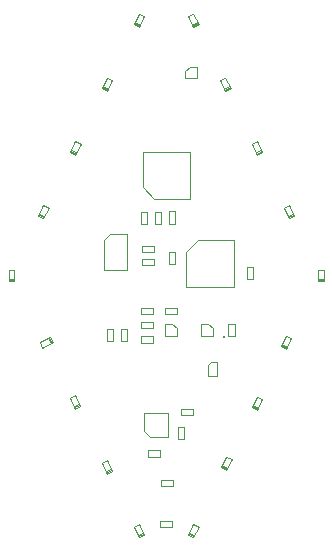
<source format=gbr>
%TF.GenerationSoftware,KiCad,Pcbnew,8.0.3*%
%TF.CreationDate,2024-06-16T19:36:31+02:00*%
%TF.ProjectId,jewelled_lc1,6a657765-6c6c-4656-945f-6c63312e6b69,rev?*%
%TF.SameCoordinates,Original*%
%TF.FileFunction,AssemblyDrawing,Top*%
%FSLAX45Y45*%
G04 Gerber Fmt 4.5, Leading zero omitted, Abs format (unit mm)*
G04 Created by KiCad (PCBNEW 8.0.3) date 2024-06-16 19:36:31*
%MOMM*%
%LPD*%
G01*
G04 APERTURE LIST*
%ADD10C,0.100000*%
%ADD11C,0.150001*%
G04 APERTURE END LIST*
D10*
%TO.C,D8*%
X15155258Y-8796486D02*
X15199966Y-8774098D01*
X15199966Y-8774098D02*
X15244742Y-8863514D01*
X15200034Y-8885902D02*
X15155258Y-8796486D01*
X15235787Y-8845631D02*
X15191079Y-8868019D01*
X15240264Y-8854572D02*
X15195556Y-8876960D01*
X15244742Y-8863514D02*
X15200034Y-8885902D01*
%TO.C,D19*%
X15050000Y-11300000D02*
X15050000Y-11210000D01*
X15050000Y-11210000D02*
X15080000Y-11180000D01*
X15080000Y-11180000D02*
X15130000Y-11180000D01*
X15130000Y-11180000D02*
X15130000Y-11300000D01*
X15130000Y-11300000D02*
X15050000Y-11300000D01*
%TO.C,U4*%
X14515000Y-11615000D02*
X14715000Y-11615000D01*
X14515000Y-11765000D02*
X14515000Y-11615000D01*
X14565000Y-11815000D02*
X14515000Y-11765000D01*
X14715000Y-11615000D02*
X14715000Y-11815000D01*
X14715000Y-11815000D02*
X14565000Y-11815000D01*
%TO.C,D11*%
X14155258Y-8863514D02*
X14200034Y-8774098D01*
X14199966Y-8885902D02*
X14155258Y-8863514D01*
X14200034Y-8774098D02*
X14244742Y-8796486D01*
X14204443Y-8876960D02*
X14159736Y-8854572D01*
X14208921Y-8868019D02*
X14164213Y-8845631D01*
X14244742Y-8796486D02*
X14199966Y-8885902D01*
%TO.C,D14*%
X13365000Y-10400000D02*
X13415000Y-10400000D01*
X13365000Y-10500000D02*
X13365000Y-10400000D01*
X13415000Y-10400000D02*
X13415000Y-10500000D01*
X13415000Y-10480000D02*
X13365000Y-10480000D01*
X13415000Y-10490000D02*
X13365000Y-10490000D01*
X13415000Y-10500000D02*
X13365000Y-10500000D01*
%TO.C,R4*%
X14542500Y-11928000D02*
X14647500Y-11928000D01*
X14542500Y-11982000D02*
X14542500Y-11928000D01*
X14647500Y-11928000D02*
X14647500Y-11982000D01*
X14647500Y-11982000D02*
X14542500Y-11982000D01*
%TO.C,C7*%
X14320000Y-10905000D02*
X14370000Y-10905000D01*
X14320000Y-11005000D02*
X14320000Y-10905000D01*
X14370000Y-10905000D02*
X14370000Y-11005000D01*
X14370000Y-11005000D02*
X14320000Y-11005000D01*
%TO.C,C9*%
X14200000Y-10905000D02*
X14250000Y-10905000D01*
X14200000Y-11005000D02*
X14200000Y-10905000D01*
X14250000Y-10905000D02*
X14250000Y-11005000D01*
X14250000Y-11005000D02*
X14200000Y-11005000D01*
%TO.C,D13*%
X13615258Y-9943514D02*
X13660034Y-9854098D01*
X13659966Y-9965902D02*
X13615258Y-9943514D01*
X13660034Y-9854098D02*
X13704742Y-9876486D01*
X13664443Y-9956960D02*
X13619736Y-9934572D01*
X13668921Y-9948019D02*
X13624213Y-9925631D01*
X13704742Y-9876486D02*
X13659966Y-9965902D01*
%TO.C,U2*%
X14690000Y-10860000D02*
X14752000Y-10860000D01*
X14690000Y-10960000D02*
X14690000Y-10860000D01*
X14790000Y-10898000D02*
X14752000Y-10860000D01*
X14790000Y-10898000D02*
X14790000Y-10960000D01*
X14790000Y-10960000D02*
X14690000Y-10960000D01*
%TO.C,C11*%
X14485000Y-9910000D02*
X14535000Y-9910000D01*
X14485000Y-10010000D02*
X14485000Y-9910000D01*
X14535000Y-9910000D02*
X14535000Y-10010000D01*
X14535000Y-10010000D02*
X14485000Y-10010000D01*
%TO.C,R3*%
X14487500Y-10843000D02*
X14592500Y-10843000D01*
X14487500Y-10897000D02*
X14487500Y-10843000D01*
X14592500Y-10843000D02*
X14592500Y-10897000D01*
X14592500Y-10897000D02*
X14487500Y-10897000D01*
%TO.C,D16*%
X13882008Y-11486486D02*
X13926716Y-11464098D01*
X13926716Y-11464098D02*
X13971492Y-11553514D01*
X13926784Y-11575902D02*
X13882008Y-11486486D01*
X13962537Y-11535631D02*
X13917829Y-11558019D01*
X13967014Y-11544572D02*
X13922306Y-11566960D01*
X13971492Y-11553514D02*
X13926784Y-11575902D01*
%TO.C,C5*%
X14490000Y-10725000D02*
X14590000Y-10725000D01*
X14490000Y-10775000D02*
X14490000Y-10725000D01*
X14590000Y-10725000D02*
X14590000Y-10775000D01*
X14590000Y-10775000D02*
X14490000Y-10775000D01*
%TO.C,U8*%
X14995000Y-10860000D02*
X15057000Y-10860000D01*
X14995000Y-10960000D02*
X14995000Y-10860000D01*
X15095000Y-10898000D02*
X15057000Y-10860000D01*
X15095000Y-10898000D02*
X15095000Y-10960000D01*
X15095000Y-10960000D02*
X14995000Y-10960000D01*
%TO.C,C1*%
X14645000Y-12530000D02*
X14745000Y-12530000D01*
X14645000Y-12580000D02*
X14645000Y-12530000D01*
X14745000Y-12530000D02*
X14745000Y-12580000D01*
X14745000Y-12580000D02*
X14645000Y-12580000D01*
%TO.C,R1*%
X14723000Y-9907500D02*
X14777000Y-9907500D01*
X14723000Y-10012500D02*
X14723000Y-9907500D01*
X14777000Y-9907500D02*
X14777000Y-10012500D01*
X14777000Y-10012500D02*
X14723000Y-10012500D01*
%TO.C,Q2*%
X15220000Y-10860000D02*
X15280000Y-10860000D01*
X15220000Y-10960000D02*
X15220000Y-10860000D01*
X15220000Y-10960000D02*
X15280000Y-10960000D01*
X15280000Y-10960000D02*
X15280000Y-10860000D01*
D11*
X15197500Y-10970000D02*
G75*
G02*
X15182500Y-10970000I-7500J0D01*
G01*
X15182500Y-10970000D02*
G75*
G02*
X15197500Y-10970000I7500J0D01*
G01*
D10*
%TO.C,D12*%
X13885258Y-9403514D02*
X13930034Y-9314098D01*
X13929966Y-9425902D02*
X13885258Y-9403514D01*
X13930034Y-9314098D02*
X13974742Y-9336486D01*
X13934443Y-9416960D02*
X13889736Y-9394572D01*
X13938921Y-9408019D02*
X13894213Y-9385631D01*
X13974742Y-9336486D02*
X13929966Y-9425902D01*
%TO.C,C10*%
X14605000Y-9910000D02*
X14655000Y-9910000D01*
X14605000Y-10010000D02*
X14605000Y-9910000D01*
X14655000Y-9910000D02*
X14655000Y-10010000D01*
X14655000Y-10010000D02*
X14605000Y-10010000D01*
%TO.C,D15*%
X13629098Y-11015034D02*
X13718514Y-10970258D01*
X13651486Y-11059742D02*
X13629098Y-11015034D01*
X13700631Y-10979213D02*
X13723019Y-11023921D01*
X13709572Y-10974736D02*
X13731960Y-11019444D01*
X13718514Y-10970258D02*
X13740902Y-11014966D01*
X13740902Y-11014966D02*
X13651486Y-11059742D01*
%TO.C,D7*%
X15425258Y-9336486D02*
X15469966Y-9314098D01*
X15469966Y-9314098D02*
X15514742Y-9403514D01*
X15470034Y-9425902D02*
X15425258Y-9336486D01*
X15505787Y-9385631D02*
X15461079Y-9408019D01*
X15510264Y-9394572D02*
X15465556Y-9416960D01*
X15514742Y-9403514D02*
X15470034Y-9425902D01*
%TO.C,C3*%
X14800000Y-11735000D02*
X14850000Y-11735000D01*
X14800000Y-11835000D02*
X14800000Y-11735000D01*
X14850000Y-11735000D02*
X14850000Y-11835000D01*
X14850000Y-11835000D02*
X14800000Y-11835000D01*
%TO.C,D3*%
X15425258Y-11563514D02*
X15470034Y-11474098D01*
X15469966Y-11585902D02*
X15425258Y-11563514D01*
X15470034Y-11474098D02*
X15514742Y-11496486D01*
X15474443Y-11576960D02*
X15429736Y-11554572D01*
X15478921Y-11568019D02*
X15434213Y-11545631D01*
X15514742Y-11496486D02*
X15469966Y-11585902D01*
%TO.C,C6*%
X14825000Y-11580000D02*
X14925000Y-11580000D01*
X14825000Y-11630000D02*
X14825000Y-11580000D01*
X14925000Y-11580000D02*
X14925000Y-11630000D01*
X14925000Y-11630000D02*
X14825000Y-11630000D01*
%TO.C,D9*%
X14885258Y-8256486D02*
X14929966Y-8234098D01*
X14929966Y-8234098D02*
X14974742Y-8323514D01*
X14930034Y-8345902D02*
X14885258Y-8256486D01*
X14965787Y-8305631D02*
X14921079Y-8328019D01*
X14970264Y-8314572D02*
X14925556Y-8336960D01*
X14974742Y-8323514D02*
X14930034Y-8345902D01*
%TO.C,D17*%
X14155258Y-12036486D02*
X14199966Y-12014098D01*
X14199966Y-12014098D02*
X14244742Y-12103514D01*
X14200034Y-12125902D02*
X14155258Y-12036486D01*
X14235787Y-12085631D02*
X14191079Y-12108019D01*
X14240264Y-12094572D02*
X14195556Y-12116960D01*
X14244742Y-12103514D02*
X14200034Y-12125902D01*
%TO.C,D10*%
X14425258Y-8323514D02*
X14470034Y-8234098D01*
X14469966Y-8345902D02*
X14425258Y-8323514D01*
X14470034Y-8234098D02*
X14514742Y-8256486D01*
X14474443Y-8336960D02*
X14429736Y-8314572D01*
X14478921Y-8328019D02*
X14434213Y-8305631D01*
X14514742Y-8256486D02*
X14469966Y-8345902D01*
%TO.C,C8*%
X15385000Y-10380000D02*
X15435000Y-10380000D01*
X15385000Y-10480000D02*
X15385000Y-10380000D01*
X15435000Y-10380000D02*
X15435000Y-10480000D01*
X15435000Y-10480000D02*
X15385000Y-10480000D01*
%TO.C,R5*%
X14492500Y-10308000D02*
X14597500Y-10308000D01*
X14492500Y-10362000D02*
X14492500Y-10308000D01*
X14597500Y-10308000D02*
X14597500Y-10362000D01*
X14597500Y-10362000D02*
X14492500Y-10362000D01*
%TO.C,C2*%
X14660000Y-12185000D02*
X14760000Y-12185000D01*
X14660000Y-12235000D02*
X14660000Y-12185000D01*
X14760000Y-12185000D02*
X14760000Y-12235000D01*
X14760000Y-12235000D02*
X14660000Y-12235000D01*
%TO.C,D4*%
X15670258Y-11048514D02*
X15715034Y-10959098D01*
X15714966Y-11070902D02*
X15670258Y-11048514D01*
X15715034Y-10959098D02*
X15759742Y-10981486D01*
X15719443Y-11061960D02*
X15674736Y-11039572D01*
X15723921Y-11053019D02*
X15679213Y-11030631D01*
X15759742Y-10981486D02*
X15714966Y-11070902D01*
%TO.C,U6*%
X14171750Y-10150000D02*
X14221750Y-10100000D01*
X14171750Y-10400000D02*
X14171750Y-10150000D01*
X14221750Y-10100000D02*
X14371750Y-10100000D01*
X14371750Y-10100000D02*
X14371750Y-10400000D01*
X14371750Y-10400000D02*
X14171750Y-10400000D01*
%TO.C,D18*%
X14425258Y-12576486D02*
X14469966Y-12554098D01*
X14469966Y-12554098D02*
X14514742Y-12643514D01*
X14470034Y-12665902D02*
X14425258Y-12576486D01*
X14505787Y-12625631D02*
X14461079Y-12648019D01*
X14510264Y-12634572D02*
X14465556Y-12656960D01*
X14514742Y-12643514D02*
X14470034Y-12665902D01*
%TO.C,R6*%
X14492500Y-10198000D02*
X14597500Y-10198000D01*
X14492500Y-10252000D02*
X14492500Y-10198000D01*
X14597500Y-10198000D02*
X14597500Y-10252000D01*
X14597500Y-10252000D02*
X14492500Y-10252000D01*
%TO.C,U5*%
X14860000Y-8780000D02*
X14860000Y-8718000D01*
X14898000Y-8680000D02*
X14860000Y-8718000D01*
X14898000Y-8680000D02*
X14960000Y-8680000D01*
X14960000Y-8680000D02*
X14960000Y-8780000D01*
X14960000Y-8780000D02*
X14860000Y-8780000D01*
%TO.C,D6*%
X15695258Y-9876486D02*
X15739966Y-9854098D01*
X15739966Y-9854098D02*
X15784742Y-9943514D01*
X15740034Y-9965902D02*
X15695258Y-9876486D01*
X15775787Y-9925631D02*
X15731079Y-9948019D01*
X15780264Y-9934572D02*
X15735556Y-9956960D01*
X15784742Y-9943514D02*
X15740034Y-9965902D01*
%TO.C,C12*%
X14725000Y-10250000D02*
X14775000Y-10250000D01*
X14725000Y-10350000D02*
X14725000Y-10250000D01*
X14775000Y-10250000D02*
X14775000Y-10350000D01*
X14775000Y-10350000D02*
X14725000Y-10350000D01*
%TO.C,C4*%
X14690000Y-10725000D02*
X14790000Y-10725000D01*
X14690000Y-10775000D02*
X14690000Y-10725000D01*
X14790000Y-10725000D02*
X14790000Y-10775000D01*
X14790000Y-10775000D02*
X14690000Y-10775000D01*
%TO.C,D5*%
X15985000Y-10400000D02*
X16035000Y-10400000D01*
X15985000Y-10500000D02*
X15985000Y-10400000D01*
X16035000Y-10400000D02*
X16035000Y-10500000D01*
X16035000Y-10480000D02*
X15985000Y-10480000D01*
X16035000Y-10490000D02*
X15985000Y-10490000D01*
X16035000Y-10500000D02*
X15985000Y-10500000D01*
%TO.C,D2*%
X15163542Y-12071880D02*
X15208318Y-11982465D01*
X15208250Y-12094268D02*
X15163542Y-12071880D01*
X15208318Y-11982465D02*
X15253025Y-12004853D01*
X15212727Y-12085327D02*
X15168019Y-12062939D01*
X15217205Y-12076385D02*
X15172497Y-12053997D01*
X15253025Y-12004853D02*
X15208250Y-12094268D01*
%TO.C,D1*%
X14885258Y-12643514D02*
X14930034Y-12554098D01*
X14929966Y-12665902D02*
X14885258Y-12643514D01*
X14930034Y-12554098D02*
X14974742Y-12576486D01*
X14934443Y-12656960D02*
X14889736Y-12634572D01*
X14938921Y-12648019D02*
X14894213Y-12625631D01*
X14974742Y-12576486D02*
X14929966Y-12665902D01*
%TO.C,R2*%
X14487500Y-10963000D02*
X14592500Y-10963000D01*
X14487500Y-11017000D02*
X14487500Y-10963000D01*
X14592500Y-10963000D02*
X14592500Y-11017000D01*
X14592500Y-11017000D02*
X14487500Y-11017000D01*
%TO.C,U3*%
X14870000Y-10250000D02*
X14970000Y-10150000D01*
X14870000Y-10550000D02*
X14870000Y-10250000D01*
X14970000Y-10150000D02*
X15270000Y-10150000D01*
X15270000Y-10150000D02*
X15270000Y-10550000D01*
X15270000Y-10550000D02*
X14870000Y-10550000D01*
%TO.C,U1*%
X14500000Y-9400000D02*
X14900000Y-9400000D01*
X14500000Y-9700000D02*
X14500000Y-9400000D01*
X14600000Y-9800000D02*
X14500000Y-9700000D01*
X14900000Y-9400000D02*
X14900000Y-9800000D01*
X14900000Y-9800000D02*
X14600000Y-9800000D01*
%TD*%
M02*

</source>
